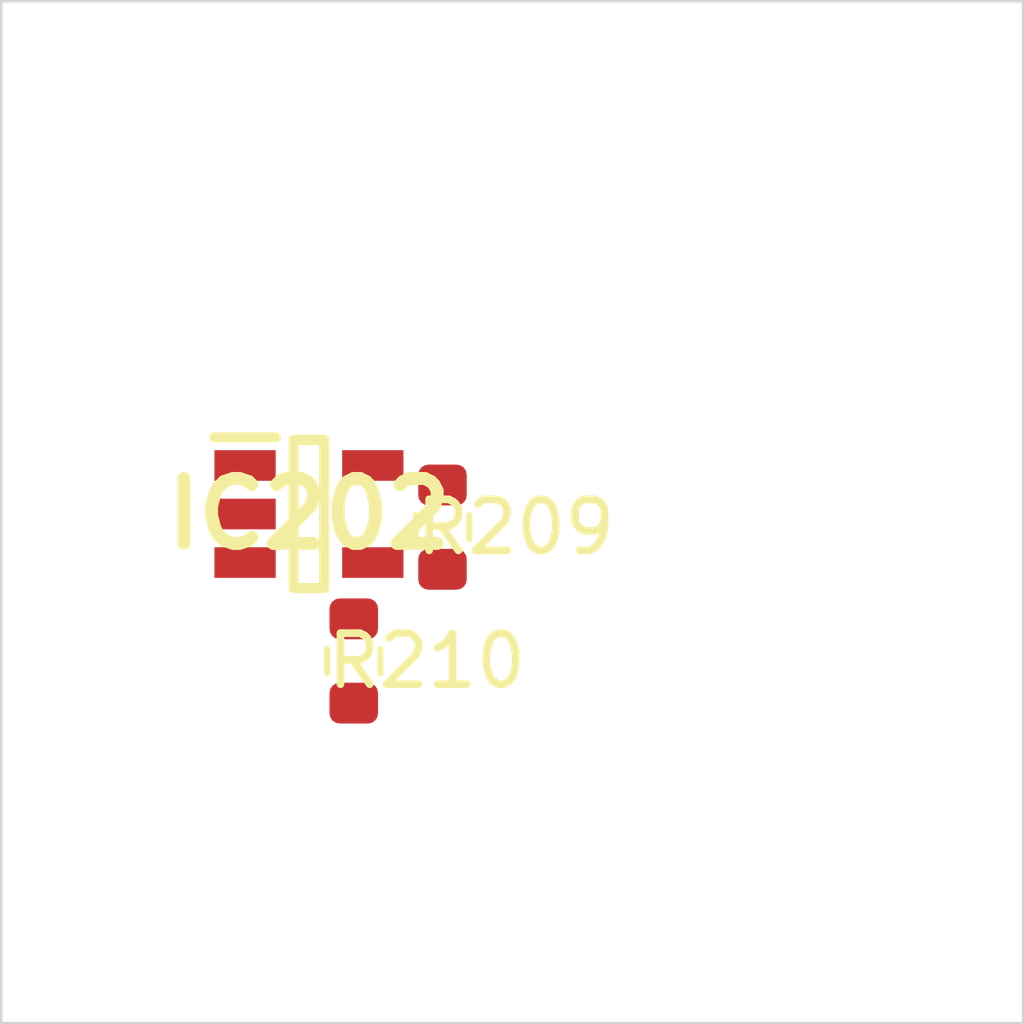
<source format=kicad_pcb>
 ( kicad_pcb  ( version 20171130 )
 ( host pcbnew 5.1.12-84ad8e8a86~92~ubuntu18.04.1 )
 ( general  ( thickness 1.6 )
 ( drawings 4 )
 ( tracks 0 )
 ( zones 0 )
 ( modules 3 )
 ( nets 5 )
)
 ( page A4 )
 ( layers  ( 0 F.Cu signal )
 ( 31 B.Cu signal )
 ( 32 B.Adhes user )
 ( 33 F.Adhes user )
 ( 34 B.Paste user )
 ( 35 F.Paste user )
 ( 36 B.SilkS user )
 ( 37 F.SilkS user )
 ( 38 B.Mask user )
 ( 39 F.Mask user )
 ( 40 Dwgs.User user )
 ( 41 Cmts.User user )
 ( 42 Eco1.User user )
 ( 43 Eco2.User user )
 ( 44 Edge.Cuts user )
 ( 45 Margin user )
 ( 46 B.CrtYd user )
 ( 47 F.CrtYd user )
 ( 48 B.Fab user )
 ( 49 F.Fab user )
)
 ( setup  ( last_trace_width 0.25 )
 ( trace_clearance 0.2 )
 ( zone_clearance 0.508 )
 ( zone_45_only no )
 ( trace_min 0.2 )
 ( via_size 0.8 )
 ( via_drill 0.4 )
 ( via_min_size 0.4 )
 ( via_min_drill 0.3 )
 ( uvia_size 0.3 )
 ( uvia_drill 0.1 )
 ( uvias_allowed no )
 ( uvia_min_size 0.2 )
 ( uvia_min_drill 0.1 )
 ( edge_width 0.05 )
 ( segment_width 0.2 )
 ( pcb_text_width 0.3 )
 ( pcb_text_size 1.5 1.5 )
 ( mod_edge_width 0.12 )
 ( mod_text_size 1 1 )
 ( mod_text_width 0.15 )
 ( pad_size 1.524 1.524 )
 ( pad_drill 0.762 )
 ( pad_to_mask_clearance 0 )
 ( aux_axis_origin 0 0 )
 ( visible_elements FFFFFF7F )
 ( pcbplotparams  ( layerselection 0x010fc_ffffffff )
 ( usegerberextensions false )
 ( usegerberattributes true )
 ( usegerberadvancedattributes true )
 ( creategerberjobfile true )
 ( excludeedgelayer true )
 ( linewidth 0.100000 )
 ( plotframeref false )
 ( viasonmask false )
 ( mode 1 )
 ( useauxorigin false )
 ( hpglpennumber 1 )
 ( hpglpenspeed 20 )
 ( hpglpendiameter 15.000000 )
 ( psnegative false )
 ( psa4output false )
 ( plotreference true )
 ( plotvalue true )
 ( plotinvisibletext false )
 ( padsonsilk false )
 ( subtractmaskfromsilk false )
 ( outputformat 1 )
 ( mirror false )
 ( drillshape 1 )
 ( scaleselection 1 )
 ( outputdirectory "" )
)
)
 ( net 0 "" )
 ( net 1 GND )
 ( net 2 VDDA )
 ( net 3 /Sheet6235D886/vp )
 ( net 4 "Net-(IC202-Pad3)" )
 ( net_class Default "This is the default net class."  ( clearance 0.2 )
 ( trace_width 0.25 )
 ( via_dia 0.8 )
 ( via_drill 0.4 )
 ( uvia_dia 0.3 )
 ( uvia_drill 0.1 )
 ( add_net /Sheet6235D886/vp )
 ( add_net GND )
 ( add_net "Net-(IC202-Pad3)" )
 ( add_net VDDA )
)
 ( module SOT95P280X145-5N locked  ( layer F.Cu )
 ( tedit 62336ED7 )
 ( tstamp 623423ED )
 ( at 86.020900 110.035000 )
 ( descr DBV0005A )
 ( tags "Integrated Circuit" )
 ( path /6235D887/6266C08E )
 ( attr smd )
 ( fp_text reference IC202  ( at 0 0 )
 ( layer F.SilkS )
 ( effects  ( font  ( size 1.27 1.27 )
 ( thickness 0.254 )
)
)
)
 ( fp_text value TL071HIDBVR  ( at 0 0 )
 ( layer F.SilkS )
hide  ( effects  ( font  ( size 1.27 1.27 )
 ( thickness 0.254 )
)
)
)
 ( fp_line  ( start -1.85 -1.5 )
 ( end -0.65 -1.5 )
 ( layer F.SilkS )
 ( width 0.2 )
)
 ( fp_line  ( start -0.3 1.45 )
 ( end -0.3 -1.45 )
 ( layer F.SilkS )
 ( width 0.2 )
)
 ( fp_line  ( start 0.3 1.45 )
 ( end -0.3 1.45 )
 ( layer F.SilkS )
 ( width 0.2 )
)
 ( fp_line  ( start 0.3 -1.45 )
 ( end 0.3 1.45 )
 ( layer F.SilkS )
 ( width 0.2 )
)
 ( fp_line  ( start -0.3 -1.45 )
 ( end 0.3 -1.45 )
 ( layer F.SilkS )
 ( width 0.2 )
)
 ( fp_line  ( start -0.8 -0.5 )
 ( end 0.15 -1.45 )
 ( layer Dwgs.User )
 ( width 0.1 )
)
 ( fp_line  ( start -0.8 1.45 )
 ( end -0.8 -1.45 )
 ( layer Dwgs.User )
 ( width 0.1 )
)
 ( fp_line  ( start 0.8 1.45 )
 ( end -0.8 1.45 )
 ( layer Dwgs.User )
 ( width 0.1 )
)
 ( fp_line  ( start 0.8 -1.45 )
 ( end 0.8 1.45 )
 ( layer Dwgs.User )
 ( width 0.1 )
)
 ( fp_line  ( start -0.8 -1.45 )
 ( end 0.8 -1.45 )
 ( layer Dwgs.User )
 ( width 0.1 )
)
 ( fp_line  ( start -2.1 1.775 )
 ( end -2.1 -1.775 )
 ( layer Dwgs.User )
 ( width 0.05 )
)
 ( fp_line  ( start 2.1 1.775 )
 ( end -2.1 1.775 )
 ( layer Dwgs.User )
 ( width 0.05 )
)
 ( fp_line  ( start 2.1 -1.775 )
 ( end 2.1 1.775 )
 ( layer Dwgs.User )
 ( width 0.05 )
)
 ( fp_line  ( start -2.1 -1.775 )
 ( end 2.1 -1.775 )
 ( layer Dwgs.User )
 ( width 0.05 )
)
 ( pad 1 smd rect  ( at -1.25 -0.95 90.000000 )
 ( size 0.6 1.2 )
 ( layers F.Cu F.Mask F.Paste )
 ( net 3 /Sheet6235D886/vp )
)
 ( pad 2 smd rect  ( at -1.25 0 90.000000 )
 ( size 0.6 1.2 )
 ( layers F.Cu F.Mask F.Paste )
 ( net 1 GND )
)
 ( pad 3 smd rect  ( at -1.25 0.95 90.000000 )
 ( size 0.6 1.2 )
 ( layers F.Cu F.Mask F.Paste )
 ( net 4 "Net-(IC202-Pad3)" )
)
 ( pad 4 smd rect  ( at 1.25 0.95 90.000000 )
 ( size 0.6 1.2 )
 ( layers F.Cu F.Mask F.Paste )
 ( net 3 /Sheet6235D886/vp )
)
 ( pad 5 smd rect  ( at 1.25 -0.95 90.000000 )
 ( size 0.6 1.2 )
 ( layers F.Cu F.Mask F.Paste )
 ( net 2 VDDA )
)
)
 ( module Resistor_SMD:R_0603_1608Metric  ( layer F.Cu )
 ( tedit 5F68FEEE )
 ( tstamp 62342595 )
 ( at 88.634900 110.292000 270.000000 )
 ( descr "Resistor SMD 0603 (1608 Metric), square (rectangular) end terminal, IPC_7351 nominal, (Body size source: IPC-SM-782 page 72, https://www.pcb-3d.com/wordpress/wp-content/uploads/ipc-sm-782a_amendment_1_and_2.pdf), generated with kicad-footprint-generator" )
 ( tags resistor )
 ( path /6235D887/623CDBD9 )
 ( attr smd )
 ( fp_text reference R209  ( at 0 -1.43 )
 ( layer F.SilkS )
 ( effects  ( font  ( size 1 1 )
 ( thickness 0.15 )
)
)
)
 ( fp_text value 100k  ( at 0 1.43 )
 ( layer F.Fab )
 ( effects  ( font  ( size 1 1 )
 ( thickness 0.15 )
)
)
)
 ( fp_line  ( start -0.8 0.4125 )
 ( end -0.8 -0.4125 )
 ( layer F.Fab )
 ( width 0.1 )
)
 ( fp_line  ( start -0.8 -0.4125 )
 ( end 0.8 -0.4125 )
 ( layer F.Fab )
 ( width 0.1 )
)
 ( fp_line  ( start 0.8 -0.4125 )
 ( end 0.8 0.4125 )
 ( layer F.Fab )
 ( width 0.1 )
)
 ( fp_line  ( start 0.8 0.4125 )
 ( end -0.8 0.4125 )
 ( layer F.Fab )
 ( width 0.1 )
)
 ( fp_line  ( start -0.237258 -0.5225 )
 ( end 0.237258 -0.5225 )
 ( layer F.SilkS )
 ( width 0.12 )
)
 ( fp_line  ( start -0.237258 0.5225 )
 ( end 0.237258 0.5225 )
 ( layer F.SilkS )
 ( width 0.12 )
)
 ( fp_line  ( start -1.48 0.73 )
 ( end -1.48 -0.73 )
 ( layer F.CrtYd )
 ( width 0.05 )
)
 ( fp_line  ( start -1.48 -0.73 )
 ( end 1.48 -0.73 )
 ( layer F.CrtYd )
 ( width 0.05 )
)
 ( fp_line  ( start 1.48 -0.73 )
 ( end 1.48 0.73 )
 ( layer F.CrtYd )
 ( width 0.05 )
)
 ( fp_line  ( start 1.48 0.73 )
 ( end -1.48 0.73 )
 ( layer F.CrtYd )
 ( width 0.05 )
)
 ( fp_text user %R  ( at 0 0 )
 ( layer F.Fab )
 ( effects  ( font  ( size 0.4 0.4 )
 ( thickness 0.06 )
)
)
)
 ( pad 1 smd roundrect  ( at -0.825 0 270.000000 )
 ( size 0.8 0.95 )
 ( layers F.Cu F.Mask F.Paste )
 ( roundrect_rratio 0.25 )
 ( net 2 VDDA )
)
 ( pad 2 smd roundrect  ( at 0.825 0 270.000000 )
 ( size 0.8 0.95 )
 ( layers F.Cu F.Mask F.Paste )
 ( roundrect_rratio 0.25 )
 ( net 4 "Net-(IC202-Pad3)" )
)
 ( model ${KISYS3DMOD}/Resistor_SMD.3dshapes/R_0603_1608Metric.wrl  ( at  ( xyz 0 0 0 )
)
 ( scale  ( xyz 1 1 1 )
)
 ( rotate  ( xyz 0 0 0 )
)
)
)
 ( module Resistor_SMD:R_0603_1608Metric  ( layer F.Cu )
 ( tedit 5F68FEEE )
 ( tstamp 623425A6 )
 ( at 86.898700 112.911000 270.000000 )
 ( descr "Resistor SMD 0603 (1608 Metric), square (rectangular) end terminal, IPC_7351 nominal, (Body size source: IPC-SM-782 page 72, https://www.pcb-3d.com/wordpress/wp-content/uploads/ipc-sm-782a_amendment_1_and_2.pdf), generated with kicad-footprint-generator" )
 ( tags resistor )
 ( path /6235D887/623CDBDF )
 ( attr smd )
 ( fp_text reference R210  ( at 0 -1.43 )
 ( layer F.SilkS )
 ( effects  ( font  ( size 1 1 )
 ( thickness 0.15 )
)
)
)
 ( fp_text value 100k  ( at 0 1.43 )
 ( layer F.Fab )
 ( effects  ( font  ( size 1 1 )
 ( thickness 0.15 )
)
)
)
 ( fp_line  ( start 1.48 0.73 )
 ( end -1.48 0.73 )
 ( layer F.CrtYd )
 ( width 0.05 )
)
 ( fp_line  ( start 1.48 -0.73 )
 ( end 1.48 0.73 )
 ( layer F.CrtYd )
 ( width 0.05 )
)
 ( fp_line  ( start -1.48 -0.73 )
 ( end 1.48 -0.73 )
 ( layer F.CrtYd )
 ( width 0.05 )
)
 ( fp_line  ( start -1.48 0.73 )
 ( end -1.48 -0.73 )
 ( layer F.CrtYd )
 ( width 0.05 )
)
 ( fp_line  ( start -0.237258 0.5225 )
 ( end 0.237258 0.5225 )
 ( layer F.SilkS )
 ( width 0.12 )
)
 ( fp_line  ( start -0.237258 -0.5225 )
 ( end 0.237258 -0.5225 )
 ( layer F.SilkS )
 ( width 0.12 )
)
 ( fp_line  ( start 0.8 0.4125 )
 ( end -0.8 0.4125 )
 ( layer F.Fab )
 ( width 0.1 )
)
 ( fp_line  ( start 0.8 -0.4125 )
 ( end 0.8 0.4125 )
 ( layer F.Fab )
 ( width 0.1 )
)
 ( fp_line  ( start -0.8 -0.4125 )
 ( end 0.8 -0.4125 )
 ( layer F.Fab )
 ( width 0.1 )
)
 ( fp_line  ( start -0.8 0.4125 )
 ( end -0.8 -0.4125 )
 ( layer F.Fab )
 ( width 0.1 )
)
 ( fp_text user %R  ( at 0 0 )
 ( layer F.Fab )
 ( effects  ( font  ( size 0.4 0.4 )
 ( thickness 0.06 )
)
)
)
 ( pad 2 smd roundrect  ( at 0.825 0 270.000000 )
 ( size 0.8 0.95 )
 ( layers F.Cu F.Mask F.Paste )
 ( roundrect_rratio 0.25 )
 ( net 1 GND )
)
 ( pad 1 smd roundrect  ( at -0.825 0 270.000000 )
 ( size 0.8 0.95 )
 ( layers F.Cu F.Mask F.Paste )
 ( roundrect_rratio 0.25 )
 ( net 4 "Net-(IC202-Pad3)" )
)
 ( model ${KISYS3DMOD}/Resistor_SMD.3dshapes/R_0603_1608Metric.wrl  ( at  ( xyz 0 0 0 )
)
 ( scale  ( xyz 1 1 1 )
)
 ( rotate  ( xyz 0 0 0 )
)
)
)
 ( gr_line  ( start 100 100 )
 ( end 100 120 )
 ( layer Edge.Cuts )
 ( width 0.05 )
 ( tstamp 62E770C4 )
)
 ( gr_line  ( start 80 120 )
 ( end 100 120 )
 ( layer Edge.Cuts )
 ( width 0.05 )
 ( tstamp 62E770C0 )
)
 ( gr_line  ( start 80 100 )
 ( end 100 100 )
 ( layer Edge.Cuts )
 ( width 0.05 )
 ( tstamp 6234110C )
)
 ( gr_line  ( start 80 100 )
 ( end 80 120 )
 ( layer Edge.Cuts )
 ( width 0.05 )
)
)

</source>
